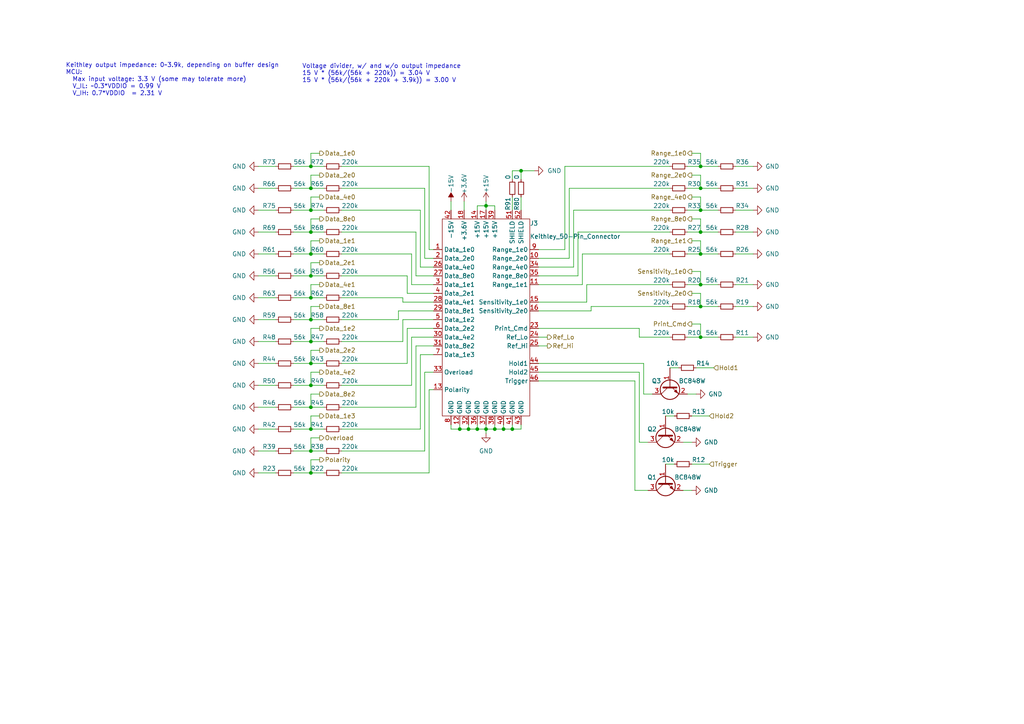
<source format=kicad_sch>
(kicad_sch (version 20211123) (generator eeschema)
  (paper "A4")
  (title_block (title "Kiethley 615 Interface Board") (date "2023-03-04") (rev "1.0") (company "Peter Farley") (comment 1 "Rev 1.0: Initial revision"))
  (lib_symbols
    (symbol "Device:R_Small" (pin_numbers hide) (pin_names (offset 0.254) hide)
      (property "Reference" "R" (at 0.762 0.508 0))
      (property "Value" "R_Small" (at 0.762 -1.016 0))
      (symbol "R_Small_0_1"
        (rectangle (start -0.762 1.778) (end 0.762 -1.778) (stroke (width 0.2032)))
      )
      (symbol "R_Small_1_1"
        (pin passive line (at 0 2.54 270) (length 0.762) (name "~") (number "1"))
        (pin passive line (at 0 -2.54 90) (length 0.762) (name "~") (number "2"))
      )
    )
    (symbol "Transistor_BJT:BC848W" (pin_names (offset 0) hide)
      (property "Reference" "Q" (at 5.08 1.905 0))
      (property "Value" "BC848W" (at 5.08 0 0))
      (symbol "BC848W_0_1"
        (polyline (pts (xy 0.635 0.635) (xy 2.54 2.54)))
        (polyline (pts (xy 0.635 -0.635) (xy 2.54 -2.54) (xy 2.54 -2.54)))
        (polyline (pts (xy 0.635 1.905) (xy 0.635 -1.905) (xy 0.635 -1.905)) (stroke (width 0.508)))
        (polyline (pts (xy 1.27 -1.778) (xy 1.778 -1.27) (xy 2.286 -2.286) (xy 1.27 -1.778) (xy 1.27 -1.778)) (fill (type outline)))
        (circle (center 1.27 0) (radius 2.8194) (stroke (width 0.254)))
      )
      (symbol "BC848W_1_1"
        (pin input line (at -5.08 0 0) (length 5.715) (name "B") (number "1"))
        (pin passive line (at 2.54 -5.08 90) (length 2.54) (name "E") (number "2"))
        (pin passive line (at 2.54 5.08 270) (length 2.54) (name "C") (number "3"))
      )
    )
    (symbol "lib_symbols:+3.6V" (power) (pin_names (offset 0))
      (property "Value" "+3.6V" (at 0 3.556 0))
      (symbol "+3.6V_0_1"
        (polyline (pts (xy -0.762 1.27) (xy 0 2.54)))
        (polyline (pts (xy 0 0) (xy 0 2.54)))
        (polyline (pts (xy 0 2.54) (xy 0.762 1.27)))
      )
      (symbol "+3.6V_1_1"
        (pin power_in line (at 0 0 90) (length 0) hide (name "+3.6V") (number "1"))
      )
    )
    (symbol "lib_symbols:Keithley_50-Pin_Connector"
      (property "Reference" "J" (at 13.97 -1.27 0))
      (property "Value" "Keithley_50-Pin_Connector" (at 26.67 -55.88 0))
      (symbol "Keithley_50-Pin_Connector_0_1"
        (rectangle (start -12.7 0) (end 12.7 -57.15))
      )
      (symbol "Keithley_50-Pin_Connector_1_1"
        (pin output line (at -15.24 -8.89 0) (length 2.54) (name "Data_1e0") (number "1"))
        (pin output line (at 15.24 -11.43 180) (length 2.54) (name "Range_2e0") (number "10"))
        (pin output line (at 15.24 -19.05 180) (length 2.54) (name "Range_1e1") (number "11"))
        (pin power_out line (at -7.62 -59.69 90) (length 2.54) (name "GND") (number "12"))
        (pin output line (at -15.24 -49.53 0) (length 2.54) (name "Polarity") (number "13"))
        (pin power_out line (at -2.54 2.54 270) (length 2.54) (name "+15V") (number "14"))
        (pin output line (at 15.24 -24.13 180) (length 2.54) (name "Sensitivity_1e0") (number "15"))
        (pin output line (at 15.24 -26.67 180) (length 2.54) (name "Sensitivity_2e0") (number "16"))
        (pin power_out line (at 0 2.54 270) (length 2.54) (name "+15V") (number "17"))
        (pin power_out line (at -6.35 2.54 270) (length 2.54) (name "+3.6V") (number "18"))
        (pin no_connect line (at 31.75 -7.62 180) (length 2.54) hide (name "NC") (number "19"))
        (pin output line (at -15.24 -11.43 0) (length 2.54) (name "Data_2e0") (number "2"))
        (pin no_connect line (at 31.75 -10.16 180) (length 2.54) hide (name "NC") (number "20"))
        (pin no_connect line (at 31.75 -12.7 180) (length 2.54) hide (name "NC") (number "21"))
        (pin no_connect line (at 31.75 -15.24 180) (length 2.54) hide (name "NC") (number "22"))
        (pin output line (at 15.24 -31.75 180) (length 2.54) (name "Print_Cmd") (number "23"))
        (pin output line (at 15.24 -34.29 180) (length 2.54) (name "Ref_Lo") (number "24"))
        (pin output line (at 15.24 -36.83 180) (length 2.54) (name "Ref_Hi") (number "25"))
        (pin output line (at -15.24 -13.97 0) (length 2.54) (name "Data_4e0") (number "26"))
        (pin output line (at -15.24 -16.51 0) (length 2.54) (name "Data_8e0") (number "27"))
        (pin output line (at -15.24 -24.13 0) (length 2.54) (name "Data_4e1") (number "28"))
        (pin output line (at -15.24 -26.67 0) (length 2.54) (name "Data_8e1") (number "29"))
        (pin output line (at -15.24 -19.05 0) (length 2.54) (name "Data_1e1") (number "3"))
        (pin output line (at -15.24 -34.29 0) (length 2.54) (name "Data_4e2") (number "30"))
        (pin output line (at -15.24 -36.83 0) (length 2.54) (name "Data_8e2") (number "31"))
        (pin power_out line (at -5.08 -59.69 90) (length 2.54) (name "GND") (number "32"))
        (pin output line (at -15.24 -44.45 0) (length 2.54) (name "Overload") (number "33"))
        (pin output line (at 15.24 -13.97 180) (length 2.54) (name "Range_4e0") (number "34"))
        (pin output line (at 15.24 -16.51 180) (length 2.54) (name "Range_8e0") (number "35"))
        (pin power_out line (at -2.54 -59.69 90) (length 2.54) (name "GND") (number "36"))
        (pin power_out line (at 0 -59.69 90) (length 2.54) (name "GND") (number "37"))
        (pin power_out line (at 2.54 -59.69 90) (length 2.54) (name "GND") (number "38"))
        (pin power_out line (at 2.54 2.54 270) (length 2.54) (name "+15V") (number "39"))
        (pin output line (at -15.24 -21.59 0) (length 2.54) (name "Data_2e1") (number "4"))
        (pin power_out line (at 5.08 -59.69 90) (length 2.54) (name "GND") (number "40"))
        (pin power_out line (at 7.62 -59.69 90) (length 2.54) (name "GND") (number "41"))
        (pin power_out line (at -10.16 2.54 270) (length 2.54) (name "-15V") (number "42"))
        (pin power_out line (at 10.16 -59.69 90) (length 2.54) (name "GND") (number "43"))
        (pin input line (at 15.24 -41.91 180) (length 2.54) (name "Hold1") (number "44"))
        (pin input line (at 15.24 -44.45 180) (length 2.54) (name "Hold2") (number "45"))
        (pin input line (at 15.24 -46.99 180) (length 2.54) (name "Trigger") (number "46"))
        (pin no_connect line (at 31.75 -17.78 180) (length 2.54) hide (name "NC") (number "47"))
        (pin no_connect line (at 31.75 -20.32 180) (length 2.54) hide (name "NC") (number "48"))
        (pin no_connect line (at 31.75 -22.86 180) (length 2.54) hide (name "NC") (number "49"))
        (pin output line (at -15.24 -29.21 0) (length 2.54) (name "Data_1e2") (number "5"))
        (pin no_connect line (at 31.75 -25.4 180) (length 2.54) hide (name "NC") (number "50"))
        (pin passive line (at 7.62 2.54 270) (length 2.54) (name "SHIELD") (number "51"))
        (pin passive line (at 10.16 2.54 270) (length 2.54) (name "SHIELD") (number "52"))
        (pin output line (at -15.24 -31.75 0) (length 2.54) (name "Data_2e2") (number "6"))
        (pin output line (at -15.24 -39.37 0) (length 2.54) (name "Data_1e3") (number "7"))
        (pin power_out line (at -10.16 -59.69 90) (length 2.54) (name "GND") (number "8"))
        (pin output line (at 15.24 -8.89 180) (length 2.54) (name "Range_1e0") (number "9"))
      )
    )
    (symbol "power:+15V" (power) (pin_names (offset 0))
      (property "Value" "+15V" (at 0 3.556 0))
      (symbol "+15V_0_1"
        (polyline (pts (xy -0.762 1.27) (xy 0 2.54)))
        (polyline (pts (xy 0 0) (xy 0 2.54)))
        (polyline (pts (xy 0 2.54) (xy 0.762 1.27)))
      )
      (symbol "+15V_1_1"
        (pin power_in line (at 0 0 90) (length 0) hide (name "+15V") (number "1"))
      )
    )
    (symbol "power:-15V" (power) (pin_names (offset 0))
      (property "Value" "-15V" (at 0 3.81 0))
      (symbol "-15V_0_0"
        (pin power_in line (at 0 0 90) (length 0) hide (name "-15V") (number "1"))
      )
      (symbol "-15V_0_1"
        (polyline (pts (xy 0 0) (xy 0 1.27) (xy 0.762 1.27) (xy 0 2.54) (xy -0.762 1.27) (xy 0 1.27)) (fill (type outline)))
      )
    )
    (symbol "power:GND" (power) (pin_names (offset 0))
      (property "Value" "GND" (at 0 -3.81 0))
      (symbol "GND_0_1"
        (polyline (pts (xy 0 0) (xy 0 -1.27) (xy 1.27 -1.27) (xy 0 -2.54) (xy -1.27 -1.27) (xy 0 -1.27)))
      )
      (symbol "GND_1_1"
        (pin power_in line (at 0 0 270) (length 0) hide (name "GND") (number "1"))
      )
    )
  )
  (junction (at 90.17 118.11))
  (junction (at 90.17 80.01))
  (junction (at 90.17 48.26))
  (junction (at 203.2 73.66))
  (junction (at 90.17 60.96))
  (junction (at 90.17 105.41))
  (junction (at 135.89 124.46))
  (junction (at 151.13 49.53))
  (junction (at 90.17 73.66))
  (junction (at 90.17 67.31))
  (junction (at 90.17 130.81))
  (junction (at 90.17 92.71))
  (junction (at 203.2 82.55))
  (junction (at 138.43 124.46))
  (junction (at 203.2 97.79))
  (junction (at 90.17 86.36))
  (junction (at 90.17 54.61))
  (junction (at 90.17 111.76))
  (junction (at 203.2 88.9))
  (junction (at 133.35 124.46))
  (junction (at 90.17 99.06))
  (junction (at 146.05 124.46))
  (junction (at 143.51 124.46))
  (junction (at 90.17 124.46))
  (junction (at 140.97 124.46))
  (junction (at 140.97 59.69))
  (junction (at 203.2 54.61))
  (junction (at 203.2 60.96))
  (junction (at 203.2 67.31))
  (junction (at 148.59 124.46))
  (junction (at 203.2 48.26))
  (junction (at 90.17 137.16))
  (wire (pts (xy 156.21 100.33) (xy 158.75 100.33)))
  (wire (pts (xy 194.31 88.9) (xy 171.45 88.9)))
  (wire (pts (xy 85.09 99.06) (xy 90.17 99.06)))
  (wire (pts (xy 85.09 67.31) (xy 90.17 67.31)))
  (wire (pts (xy 143.51 123.19) (xy 143.51 124.46)))
  (wire (pts (xy 218.44 97.79) (xy 213.36 97.79)))
  (wire (pts (xy 186.69 105.41) (xy 156.21 105.41)))
  (wire (pts (xy 194.31 54.61) (xy 165.1 54.61)))
  (wire (pts (xy 133.35 123.19) (xy 133.35 124.46)))
  (wire (pts (xy 119.38 111.76) (xy 119.38 97.79)))
  (wire (pts (xy 92.71 50.8) (xy 90.17 50.8)))
  (wire (pts (xy 203.2 78.74) (xy 203.2 82.55)))
  (wire (pts (xy 124.46 72.39) (xy 125.73 72.39)))
  (wire (pts (xy 85.09 130.81) (xy 90.17 130.81)))
  (wire (pts (xy 90.17 67.31) (xy 93.98 67.31)))
  (wire (pts (xy 99.06 54.61) (xy 123.19 54.61)))
  (wire (pts (xy 116.84 92.71) (xy 125.73 92.71)))
  (wire (pts (xy 119.38 97.79) (xy 125.73 97.79)))
  (wire (pts (xy 124.46 137.16) (xy 124.46 113.03)))
  (wire (pts (xy 218.44 73.66) (xy 213.36 73.66)))
  (wire (pts (xy 123.19 74.93) (xy 125.73 74.93)))
  (wire (pts (xy 193.04 120.65) (xy 195.58 120.65)))
  (wire (pts (xy 99.06 86.36) (xy 116.84 86.36)))
  (wire (pts (xy 148.59 124.46) (xy 151.13 124.46)))
  (wire (pts (xy 99.06 111.76) (xy 119.38 111.76)))
  (wire (pts (xy 203.2 97.79) (xy 199.39 97.79)))
  (wire (pts (xy 92.71 63.5) (xy 90.17 63.5)))
  (wire (pts (xy 99.06 124.46) (xy 121.92 124.46)))
  (wire (pts (xy 90.17 82.55) (xy 90.17 86.36)))
  (wire (pts (xy 200.66 69.85) (xy 203.2 69.85)))
  (wire (pts (xy 99.06 92.71) (xy 115.57 92.71)))
  (wire (pts (xy 140.97 124.46) (xy 143.51 124.46)))
  (wire (pts (xy 85.09 48.26) (xy 90.17 48.26)))
  (wire (pts (xy 171.45 88.9) (xy 171.45 90.17)))
  (wire (pts (xy 200.66 44.45) (xy 203.2 44.45)))
  (wire (pts (xy 203.2 44.45) (xy 203.2 48.26)))
  (wire (pts (xy 200.66 120.65) (xy 205.74 120.65)))
  (wire (pts (xy 148.59 49.53) (xy 151.13 49.53)))
  (wire (pts (xy 134.62 58.42) (xy 134.62 60.96)))
  (wire (pts (xy 208.28 48.26) (xy 203.2 48.26)))
  (wire (pts (xy 92.71 69.85) (xy 90.17 69.85)))
  (wire (pts (xy 143.51 124.46) (xy 146.05 124.46)))
  (wire (pts (xy 218.44 67.31) (xy 213.36 67.31)))
  (wire (pts (xy 92.71 133.35) (xy 90.17 133.35)))
  (wire (pts (xy 74.93 67.31) (xy 80.01 67.31)))
  (wire (pts (xy 135.89 123.19) (xy 135.89 124.46)))
  (wire (pts (xy 99.06 130.81) (xy 123.19 130.81)))
  (wire (pts (xy 90.17 44.45) (xy 90.17 48.26)))
  (wire (pts (xy 208.28 82.55) (xy 203.2 82.55)))
  (wire (pts (xy 194.31 82.55) (xy 170.18 82.55)))
  (wire (pts (xy 194.31 106.68) (xy 196.85 106.68)))
  (wire (pts (xy 203.2 85.09) (xy 203.2 88.9)))
  (wire (pts (xy 208.28 60.96) (xy 203.2 60.96)))
  (wire (pts (xy 74.93 60.96) (xy 80.01 60.96)))
  (wire (pts (xy 167.64 67.31) (xy 167.64 80.01)))
  (wire (pts (xy 85.09 92.71) (xy 90.17 92.71)))
  (wire (pts (xy 200.66 57.15) (xy 203.2 57.15)))
  (wire (pts (xy 90.17 63.5) (xy 90.17 67.31)))
  (wire (pts (xy 185.42 97.79) (xy 185.42 95.25)))
  (wire (pts (xy 121.92 124.46) (xy 121.92 102.87)))
  (wire (pts (xy 90.17 80.01) (xy 93.98 80.01)))
  (wire (pts (xy 74.93 105.41) (xy 80.01 105.41)))
  (wire (pts (xy 99.06 99.06) (xy 116.84 99.06)))
  (wire (pts (xy 118.11 105.41) (xy 118.11 95.25)))
  (wire (pts (xy 140.97 124.46) (xy 140.97 125.73)))
  (wire (pts (xy 167.64 80.01) (xy 156.21 80.01)))
  (wire (pts (xy 184.15 110.49) (xy 156.21 110.49)))
  (wire (pts (xy 85.09 124.46) (xy 90.17 124.46)))
  (wire (pts (xy 90.17 137.16) (xy 93.98 137.16)))
  (wire (pts (xy 116.84 87.63) (xy 125.73 87.63)))
  (wire (pts (xy 92.71 57.15) (xy 90.17 57.15)))
  (wire (pts (xy 99.06 67.31) (xy 120.65 67.31)))
  (wire (pts (xy 90.17 120.65) (xy 90.17 124.46)))
  (wire (pts (xy 166.37 77.47) (xy 156.21 77.47)))
  (wire (pts (xy 208.28 67.31) (xy 203.2 67.31)))
  (wire (pts (xy 90.17 127) (xy 90.17 130.81)))
  (wire (pts (xy 74.93 111.76) (xy 80.01 111.76)))
  (wire (pts (xy 208.28 54.61) (xy 203.2 54.61)))
  (wire (pts (xy 133.35 124.46) (xy 135.89 124.46)))
  (wire (pts (xy 171.45 90.17) (xy 156.21 90.17)))
  (wire (pts (xy 92.71 76.2) (xy 90.17 76.2)))
  (wire (pts (xy 99.06 105.41) (xy 118.11 105.41)))
  (wire (pts (xy 120.65 80.01) (xy 125.73 80.01)))
  (wire (pts (xy 148.59 57.15) (xy 148.59 60.96)))
  (wire (pts (xy 203.2 69.85) (xy 203.2 73.66)))
  (wire (pts (xy 120.65 118.11) (xy 120.65 100.33)))
  (wire (pts (xy 218.44 54.61) (xy 213.36 54.61)))
  (wire (pts (xy 203.2 57.15) (xy 203.2 60.96)))
  (wire (pts (xy 121.92 102.87) (xy 125.73 102.87)))
  (wire (pts (xy 118.11 80.01) (xy 118.11 85.09)))
  (wire (pts (xy 140.97 123.19) (xy 140.97 124.46)))
  (wire (pts (xy 120.65 67.31) (xy 120.65 80.01)))
  (wire (pts (xy 130.81 124.46) (xy 133.35 124.46)))
  (wire (pts (xy 203.2 50.8) (xy 203.2 54.61)))
  (wire (pts (xy 90.17 118.11) (xy 93.98 118.11)))
  (wire (pts (xy 90.17 60.96) (xy 93.98 60.96)))
  (wire (pts (xy 194.31 60.96) (xy 166.37 60.96)))
  (wire (pts (xy 90.17 95.25) (xy 90.17 99.06)))
  (wire (pts (xy 123.19 107.95) (xy 125.73 107.95)))
  (wire (pts (xy 189.23 114.3) (xy 186.69 114.3)))
  (wire (pts (xy 85.09 111.76) (xy 90.17 111.76)))
  (wire (pts (xy 115.57 90.17) (xy 125.73 90.17)))
  (wire (pts (xy 92.71 88.9) (xy 90.17 88.9)))
  (wire (pts (xy 146.05 123.19) (xy 146.05 124.46)))
  (wire (pts (xy 165.1 74.93) (xy 156.21 74.93)))
  (wire (pts (xy 90.17 88.9) (xy 90.17 92.71)))
  (wire (pts (xy 218.44 88.9) (xy 213.36 88.9)))
  (wire (pts (xy 208.28 88.9) (xy 203.2 88.9)))
  (wire (pts (xy 74.93 73.66) (xy 80.01 73.66)))
  (wire (pts (xy 118.11 85.09) (xy 125.73 85.09)))
  (wire (pts (xy 194.31 67.31) (xy 167.64 67.31)))
  (wire (pts (xy 194.31 97.79) (xy 185.42 97.79)))
  (wire (pts (xy 90.17 76.2) (xy 90.17 80.01)))
  (wire (pts (xy 90.17 86.36) (xy 93.98 86.36)))
  (wire (pts (xy 123.19 130.81) (xy 123.19 107.95)))
  (wire (pts (xy 148.59 52.07) (xy 148.59 49.53)))
  (wire (pts (xy 74.93 48.26) (xy 80.01 48.26)))
  (wire (pts (xy 92.71 82.55) (xy 90.17 82.55)))
  (wire (pts (xy 124.46 48.26) (xy 124.46 72.39)))
  (wire (pts (xy 138.43 124.46) (xy 140.97 124.46)))
  (wire (pts (xy 200.66 85.09) (xy 203.2 85.09)))
  (wire (pts (xy 74.93 80.01) (xy 80.01 80.01)))
  (wire (pts (xy 200.66 93.98) (xy 203.2 93.98)))
  (wire (pts (xy 74.93 137.16) (xy 80.01 137.16)))
  (wire (pts (xy 99.06 137.16) (xy 124.46 137.16)))
  (wire (pts (xy 99.06 73.66) (xy 119.38 73.66)))
  (wire (pts (xy 130.81 124.46) (xy 130.81 123.19)))
  (wire (pts (xy 115.57 92.71) (xy 115.57 90.17)))
  (wire (pts (xy 90.17 92.71) (xy 93.98 92.71)))
  (wire (pts (xy 90.17 99.06) (xy 93.98 99.06)))
  (wire (pts (xy 163.83 48.26) (xy 163.83 72.39)))
  (wire (pts (xy 200.66 78.74) (xy 203.2 78.74)))
  (wire (pts (xy 151.13 57.15) (xy 151.13 60.96)))
  (wire (pts (xy 92.71 120.65) (xy 90.17 120.65)))
  (wire (pts (xy 99.06 60.96) (xy 121.92 60.96)))
  (wire (pts (xy 90.17 124.46) (xy 93.98 124.46)))
  (wire (pts (xy 99.06 118.11) (xy 120.65 118.11)))
  (wire (pts (xy 90.17 50.8) (xy 90.17 54.61)))
  (wire (pts (xy 151.13 49.53) (xy 154.94 49.53)))
  (wire (pts (xy 194.31 48.26) (xy 163.83 48.26)))
  (wire (pts (xy 168.91 82.55) (xy 156.21 82.55)))
  (wire (pts (xy 90.17 111.76) (xy 93.98 111.76)))
  (wire (pts (xy 85.09 137.16) (xy 90.17 137.16)))
  (wire (pts (xy 140.97 59.69) (xy 143.51 59.69)))
  (wire (pts (xy 119.38 73.66) (xy 119.38 82.55)))
  (wire (pts (xy 170.18 82.55) (xy 170.18 87.63)))
  (wire (pts (xy 116.84 86.36) (xy 116.84 87.63)))
  (wire (pts (xy 185.42 95.25) (xy 156.21 95.25)))
  (wire (pts (xy 184.15 142.24) (xy 184.15 110.49)))
  (wire (pts (xy 218.44 48.26) (xy 213.36 48.26)))
  (wire (pts (xy 194.31 73.66) (xy 168.91 73.66)))
  (wire (pts (xy 90.17 54.61) (xy 93.98 54.61)))
  (wire (pts (xy 168.91 73.66) (xy 168.91 82.55)))
  (wire (pts (xy 138.43 60.96) (xy 138.43 59.69)))
  (wire (pts (xy 90.17 57.15) (xy 90.17 60.96)))
  (wire (pts (xy 151.13 52.07) (xy 151.13 49.53)))
  (wire (pts (xy 119.38 82.55) (xy 125.73 82.55)))
  (wire (pts (xy 203.2 54.61) (xy 199.39 54.61)))
  (wire (pts (xy 170.18 87.63) (xy 156.21 87.63)))
  (wire (pts (xy 218.44 82.55) (xy 213.36 82.55)))
  (wire (pts (xy 90.17 130.81) (xy 93.98 130.81)))
  (wire (pts (xy 85.09 73.66) (xy 90.17 73.66)))
  (wire (pts (xy 90.17 105.41) (xy 93.98 105.41)))
  (wire (pts (xy 92.71 44.45) (xy 90.17 44.45)))
  (wire (pts (xy 90.17 101.6) (xy 90.17 105.41)))
  (wire (pts (xy 135.89 124.46) (xy 138.43 124.46)))
  (wire (pts (xy 140.97 59.69) (xy 140.97 60.96)))
  (wire (pts (xy 201.93 106.68) (xy 207.01 106.68)))
  (wire (pts (xy 140.97 58.42) (xy 140.97 59.69)))
  (wire (pts (xy 90.17 114.3) (xy 90.17 118.11)))
  (wire (pts (xy 208.28 73.66) (xy 203.2 73.66)))
  (wire (pts (xy 85.09 105.41) (xy 90.17 105.41)))
  (wire (pts (xy 146.05 124.46) (xy 148.59 124.46)))
  (wire (pts (xy 187.96 128.27) (xy 185.42 128.27)))
  (wire (pts (xy 218.44 60.96) (xy 213.36 60.96)))
  (wire (pts (xy 123.19 54.61) (xy 123.19 74.93)))
  (wire (pts (xy 203.2 88.9) (xy 199.39 88.9)))
  (wire (pts (xy 198.12 128.27) (xy 200.66 128.27)))
  (wire (pts (xy 85.09 60.96) (xy 90.17 60.96)))
  (wire (pts (xy 200.66 134.62) (xy 205.74 134.62)))
  (wire (pts (xy 118.11 95.25) (xy 125.73 95.25)))
  (wire (pts (xy 92.71 95.25) (xy 90.17 95.25)))
  (wire (pts (xy 121.92 77.47) (xy 125.73 77.47)))
  (wire (pts (xy 186.69 114.3) (xy 186.69 105.41)))
  (wire (pts (xy 203.2 82.55) (xy 199.39 82.55)))
  (wire (pts (xy 74.93 54.61) (xy 80.01 54.61)))
  (wire (pts (xy 156.21 97.79) (xy 158.75 97.79)))
  (wire (pts (xy 85.09 54.61) (xy 90.17 54.61)))
  (wire (pts (xy 199.39 114.3) (xy 201.93 114.3)))
  (wire (pts (xy 90.17 73.66) (xy 93.98 73.66)))
  (wire (pts (xy 187.96 142.24) (xy 184.15 142.24)))
  (wire (pts (xy 74.93 124.46) (xy 80.01 124.46)))
  (wire (pts (xy 200.66 50.8) (xy 203.2 50.8)))
  (wire (pts (xy 99.06 80.01) (xy 118.11 80.01)))
  (wire (pts (xy 203.2 60.96) (xy 199.39 60.96)))
  (wire (pts (xy 138.43 59.69) (xy 140.97 59.69)))
  (wire (pts (xy 193.04 134.62) (xy 195.58 134.62)))
  (wire (pts (xy 203.2 48.26) (xy 199.39 48.26)))
  (wire (pts (xy 92.71 114.3) (xy 90.17 114.3)))
  (wire (pts (xy 120.65 100.33) (xy 125.73 100.33)))
  (wire (pts (xy 99.06 48.26) (xy 124.46 48.26)))
  (wire (pts (xy 74.93 86.36) (xy 80.01 86.36)))
  (wire (pts (xy 138.43 123.19) (xy 138.43 124.46)))
  (wire (pts (xy 124.46 113.03) (xy 125.73 113.03)))
  (wire (pts (xy 185.42 128.27) (xy 185.42 107.95)))
  (wire (pts (xy 92.71 127) (xy 90.17 127)))
  (wire (pts (xy 151.13 123.19) (xy 151.13 124.46)))
  (wire (pts (xy 203.2 67.31) (xy 199.39 67.31)))
  (wire (pts (xy 130.81 58.42) (xy 130.81 60.96)))
  (wire (pts (xy 165.1 54.61) (xy 165.1 74.93)))
  (wire (pts (xy 143.51 59.69) (xy 143.51 60.96)))
  (wire (pts (xy 74.93 118.11) (xy 80.01 118.11)))
  (wire (pts (xy 200.66 63.5) (xy 203.2 63.5)))
  (wire (pts (xy 166.37 60.96) (xy 166.37 77.47)))
  (wire (pts (xy 74.93 130.81) (xy 80.01 130.81)))
  (wire (pts (xy 203.2 73.66) (xy 199.39 73.66)))
  (wire (pts (xy 74.93 92.71) (xy 80.01 92.71)))
  (wire (pts (xy 203.2 63.5) (xy 203.2 67.31)))
  (wire (pts (xy 185.42 107.95) (xy 156.21 107.95)))
  (wire (pts (xy 148.59 123.19) (xy 148.59 124.46)))
  (wire (pts (xy 208.28 97.79) (xy 203.2 97.79)))
  (wire (pts (xy 203.2 93.98) (xy 203.2 97.79)))
  (wire (pts (xy 90.17 48.26) (xy 93.98 48.26)))
  (wire (pts (xy 85.09 118.11) (xy 90.17 118.11)))
  (wire (pts (xy 74.93 99.06) (xy 80.01 99.06)))
  (wire (pts (xy 92.71 107.95) (xy 90.17 107.95)))
  (wire (pts (xy 90.17 107.95) (xy 90.17 111.76)))
  (wire (pts (xy 92.71 101.6) (xy 90.17 101.6)))
  (wire (pts (xy 198.12 142.24) (xy 200.66 142.24)))
  (wire (pts (xy 85.09 86.36) (xy 90.17 86.36)))
  (wire (pts (xy 90.17 133.35) (xy 90.17 137.16)))
  (wire (pts (xy 163.83 72.39) (xy 156.21 72.39)))
  (wire (pts (xy 85.09 80.01) (xy 90.17 80.01)))
  (wire (pts (xy 116.84 99.06) (xy 116.84 92.71)))
  (wire (pts (xy 90.17 69.85) (xy 90.17 73.66)))
  (wire (pts (xy 121.92 60.96) (xy 121.92 77.47)))
  (text "Voltage divider, w/ and w/o output impedance\n15 V * (56k/(56k + 220k)) = 3.04 V\n15 V * (56k/(56k + 220k + 3.9k)) = 3.00 V" (at 87.63 24.13 0) (effects (font (size 1.27 1.27)) (justify left bottom)))
  (text "Keithley output impedance: 0~3.9k, depending on buffer design\nMCU:\n  Max input voltage: 3.3 V (some may tolerate more)\n  V_IL: ~0.3*VDDIO = 0.99 V\n  V_IH: 0.7*VDDIO  = 2.31 V\n" (at 19.05 27.94 0) (effects (font (size 1.27 1.27)) (justify left bottom)))
  (hierarchical_label "Ref_Hi" (shape output) (at 158.75 100.33 0))
  (hierarchical_label "Data_8e1" (shape output) (at 92.71 88.9 0))
  (hierarchical_label "Range_4e0" (shape output) (at 200.66 57.15 180))
  (hierarchical_label "Range_1e0" (shape output) (at 200.66 44.45 180))
  (hierarchical_label "Data_1e0" (shape output) (at 92.71 44.45 0))
  (hierarchical_label "Hold2" (shape input) (at 205.74 120.65 0))
  (hierarchical_label "Data_8e2" (shape output) (at 92.71 114.3 0))
  (hierarchical_label "Data_4e2" (shape output) (at 92.71 107.95 0))
  (hierarchical_label "Ref_Lo" (shape output) (at 158.75 97.79 0))
  (hierarchical_label "Range_1e1" (shape output) (at 200.66 69.85 180))
  (hierarchical_label "Data_1e3" (shape output) (at 92.71 120.65 0))
  (hierarchical_label "Print_Cmd" (shape output) (at 200.66 93.98 180))
  (hierarchical_label "Data_2e0" (shape output) (at 92.71 50.8 0))
  (hierarchical_label "Range_2e0" (shape output) (at 200.66 50.8 180))
  (hierarchical_label "Overload" (shape output) (at 92.71 127 0))
  (hierarchical_label "Sensitivity_2e0" (shape output) (at 200.66 85.09 180))
  (hierarchical_label "Data_2e2" (shape output) (at 92.71 101.6 0))
  (hierarchical_label "Data_2e1" (shape output) (at 92.71 76.2 0))
  (hierarchical_label "Data_1e2" (shape output) (at 92.71 95.25 0))
  (hierarchical_label "Data_4e1" (shape output) (at 92.71 82.55 0))
  (hierarchical_label "Hold1" (shape input) (at 207.01 106.68 0))
  (hierarchical_label "Sensitivity_1e0" (shape output) (at 200.66 78.74 180))
  (hierarchical_label "Data_8e0" (shape output) (at 92.71 63.5 0))
  (hierarchical_label "Range_8e0" (shape output) (at 200.66 63.5 180))
  (hierarchical_label "Trigger" (shape input) (at 205.74 134.62 0))
  (hierarchical_label "Data_4e0" (shape output) (at 92.71 57.15 0))
  (hierarchical_label "Data_1e1" (shape output) (at 92.71 69.85 0))
  (hierarchical_label "Polarity" (shape output) (at 92.71 133.35 0))
  (symbol (lib_id "lib_symbols:Keithley_50-Pin_Connector") (at 140.97 63.5 0) (unit 1)
    (property "Reference" "J3" (at 153.67 64.77 0) (effects (justify left)))
    (property "Value" "Keithley_50-Pin_Connector" (at 153.67 68.58 0) (effects (justify left)))
    (property "Footprint" "lib:NorComp_112-050-213R001" (effects hide))
    (property "DigiKey" "https://www.digikey.com/en/products/detail/norcomp-inc/112-050-213R001/955161" (effects hide))
  )
  (symbol (lib_id "Device:R_Small") (at 151.13 54.61 180) (unit 1)
    (property "Reference" "R80" (at 149.86 57.15 90) (effects (justify left)))
    (property "Value" "0" (at 149.86 52.07 90) (effects (justify right)))
    (property "Footprint" "Resistor_SMD:R_0603_1608Metric" (effects hide))
    (property "DigiKey" "https://www.digikey.com/en/products/detail/walsin-technology-corporation/WR06X000-PTL/5978108" (effects hide))
  )
  (symbol (lib_id "Device:R_Small") (at 82.55 86.36 90) (unit 1)
    (property "Reference" "R63" (at 80.01 85.09 90) (effects (justify left)))
    (property "Value" "56k" (at 85.09 85.09 90) (effects (justify right)))
    (property "Footprint" "Resistor_SMD:R_0603_1608Metric" (effects hide))
    (property "DigiKey" "https://www.digikey.com/en/products/detail/stackpole-electronics-inc/RMCF0603JT56K0/1757988" (effects hide))
  )
  (symbol (lib_id "Device:R_Small") (at 196.85 60.96 270) (mirror x) (unit 1)
    (property "Reference" "R33" (at 199.39 59.69 90) (effects (justify left)))
    (property "Value" "220k" (at 194.31 59.69 90) (effects (justify right)))
    (property "Footprint" "Resistor_SMD:R_0603_1608Metric" (effects hide))
    (property "DigiKey" "https://www.digikey.com/en/products/detail/walsin-technology-corporation/WR06X224-JTL/13238727" (effects hide))
  )
  (symbol (lib_id "Device:R_Small") (at 96.52 92.71 90) (unit 1)
    (property "Reference" "R58" (at 93.98 91.44 90) (effects (justify left)))
    (property "Value" "220k" (at 99.06 91.44 90) (effects (justify right)))
    (property "Footprint" "Resistor_SMD:R_0603_1608Metric" (effects hide))
    (property "DigiKey" "https://www.digikey.com/en/products/detail/walsin-technology-corporation/WR06X224-JTL/13238727" (effects hide))
  )
  (symbol (lib_id "Device:R_Small") (at 96.52 73.66 90) (unit 1)
    (property "Reference" "R60" (at 93.98 72.39 90) (effects (justify left)))
    (property "Value" "220k" (at 99.06 72.39 90) (effects (justify right)))
    (property "Footprint" "Resistor_SMD:R_0603_1608Metric" (effects hide))
    (property "DigiKey" "https://www.digikey.com/en/products/detail/walsin-technology-corporation/WR06X224-JTL/13238727" (effects hide))
  )
  (symbol (lib_id "Device:R_Small") (at 82.55 137.16 90) (unit 1)
    (property "Reference" "R23" (at 80.01 135.89 90) (effects (justify left)))
    (property "Value" "56k" (at 85.09 135.89 90) (effects (justify right)))
    (property "Footprint" "Resistor_SMD:R_0603_1608Metric" (effects hide))
    (property "DigiKey" "https://www.digikey.com/en/products/detail/stackpole-electronics-inc/RMCF0603JT56K0/1757988" (effects hide))
  )
  (symbol (lib_id "Device:R_Small") (at 82.55 105.41 90) (unit 1)
    (property "Reference" "R44" (at 80.01 104.14 90) (effects (justify left)))
    (property "Value" "56k" (at 85.09 104.14 90) (effects (justify right)))
    (property "Footprint" "Resistor_SMD:R_0603_1608Metric" (effects hide))
    (property "DigiKey" "https://www.digikey.com/en/products/detail/stackpole-electronics-inc/RMCF0603JT56K0/1757988" (effects hide))
  )
  (symbol (lib_id "Device:R_Small") (at 196.85 48.26 270) (mirror x) (unit 1)
    (property "Reference" "R35" (at 199.39 46.99 90) (effects (justify left)))
    (property "Value" "220k" (at 194.31 46.99 90) (effects (justify right)))
    (property "Footprint" "Resistor_SMD:R_0603_1608Metric" (effects hide))
    (property "DigiKey" "https://www.digikey.com/en/products/detail/walsin-technology-corporation/WR06X224-JTL/13238727" (effects hide))
  )
  (symbol (lib_id "Device:R_Small") (at 210.82 88.9 270) (mirror x) (unit 1)
    (property "Reference" "R19" (at 213.36 87.63 90) (effects (justify left)))
    (property "Value" "56k" (at 208.28 87.63 90) (effects (justify right)))
    (property "Footprint" "Resistor_SMD:R_0603_1608Metric" (effects hide))
    (property "DigiKey" "https://www.digikey.com/en/products/detail/stackpole-electronics-inc/RMCF0603JT56K0/1757988" (effects hide))
  )
  (symbol (lib_id "Device:R_Small") (at 96.52 118.11 90) (unit 1)
    (property "Reference" "R45" (at 93.98 116.84 90) (effects (justify left)))
    (property "Value" "220k" (at 99.06 116.84 90) (effects (justify right)))
    (property "Footprint" "Resistor_SMD:R_0603_1608Metric" (effects hide))
    (property "DigiKey" "https://www.digikey.com/en/products/detail/walsin-technology-corporation/WR06X224-JTL/13238727" (effects hide))
  )
  (symbol (lib_id "power:GND") (at 201.93 114.3 90) (mirror x) (unit 1)
    (property "Reference" "#PWR0149" (effects hide))
    (property "Value" "GND" (at 209.55 114.3 90) (effects (justify left)))
  )
  (symbol (lib_id "Device:R_Small") (at 82.55 60.96 90) (unit 1)
    (property "Reference" "R75" (at 80.01 59.69 90) (effects (justify left)))
    (property "Value" "56k" (at 85.09 59.69 90) (effects (justify right)))
    (property "Footprint" "Resistor_SMD:R_0603_1608Metric" (effects hide))
    (property "DigiKey" "https://www.digikey.com/en/products/detail/stackpole-electronics-inc/RMCF0603JT56K0/1757988" (effects hide))
  )
  (symbol (lib_id "Device:R_Small") (at 82.55 124.46 90) (unit 1)
    (property "Reference" "R42" (at 80.01 123.19 90) (effects (justify left)))
    (property "Value" "56k" (at 85.09 123.19 90) (effects (justify right)))
    (property "Footprint" "Resistor_SMD:R_0603_1608Metric" (effects hide))
    (property "DigiKey" "https://www.digikey.com/en/products/detail/stackpole-electronics-inc/RMCF0603JT56K0/1757988" (effects hide))
  )
  (symbol (lib_id "power:GND") (at 74.93 92.71 270) (unit 1)
    (property "Reference" "#PWR0129" (effects hide))
    (property "Value" "GND" (at 67.31 92.71 90) (effects (justify left)))
  )
  (symbol (lib_id "power:GND") (at 74.93 54.61 270) (unit 1)
    (property "Reference" "#PWR0123" (effects hide))
    (property "Value" "GND" (at 67.31 54.61 90) (effects (justify left)))
  )
  (symbol (lib_id "Device:R_Small") (at 82.55 73.66 90) (unit 1)
    (property "Reference" "R61" (at 80.01 72.39 90) (effects (justify left)))
    (property "Value" "56k" (at 85.09 72.39 90) (effects (justify right)))
    (property "Footprint" "Resistor_SMD:R_0603_1608Metric" (effects hide))
    (property "DigiKey" "https://www.digikey.com/en/products/detail/stackpole-electronics-inc/RMCF0603JT56K0/1757988" (effects hide))
  )
  (symbol (lib_id "Device:R_Small") (at 82.55 118.11 90) (unit 1)
    (property "Reference" "R46" (at 80.01 116.84 90) (effects (justify left)))
    (property "Value" "56k" (at 85.09 116.84 90) (effects (justify right)))
    (property "Footprint" "Resistor_SMD:R_0603_1608Metric" (effects hide))
    (property "DigiKey" "https://www.digikey.com/en/products/detail/stackpole-electronics-inc/RMCF0603JT56K0/1757988" (effects hide))
  )
  (symbol (lib_id "Transistor_BJT:BC848W") (at 194.31 111.76 90) (mirror x) (unit 1)
    (property "Reference" "Q3" (at 191.77 110.49 90) (effects (justify left)))
    (property "Value" "BC848W" (at 196.85 110.49 90) (effects (justify right)))
    (property "Footprint" "Package_TO_SOT_SMD:SOT-323_SC-70" (effects hide))
    (property "Datasheet" "http://www.infineon.com/dgdl/Infineon-BC847SERIES_BC848SERIES_BC849SERIES_BC850SERIES-DS-v01_01-en.pdf?fileId=db3a304314dca389011541d4630a1657" (effects hide))
  )
  (symbol (lib_id "Device:R_Small") (at 96.52 48.26 90) (unit 1)
    (property "Reference" "R72" (at 93.98 46.99 90) (effects (justify left)))
    (property "Value" "220k" (at 99.06 46.99 90) (effects (justify right)))
    (property "Footprint" "Resistor_SMD:R_0603_1608Metric" (effects hide))
    (property "DigiKey" "https://www.digikey.com/en/products/detail/walsin-technology-corporation/WR06X224-JTL/13238727" (effects hide))
  )
  (symbol (lib_id "Device:R_Small") (at 196.85 54.61 270) (mirror x) (unit 1)
    (property "Reference" "R30" (at 199.39 53.34 90) (effects (justify left)))
    (property "Value" "220k" (at 194.31 53.34 90) (effects (justify right)))
    (property "Footprint" "Resistor_SMD:R_0603_1608Metric" (effects hide))
    (property "DigiKey" "https://www.digikey.com/en/products/detail/walsin-technology-corporation/WR06X224-JTL/13238727" (effects hide))
  )
  (symbol (lib_id "Device:R_Small") (at 96.52 54.61 90) (unit 1)
    (property "Reference" "R65" (at 93.98 53.34 90) (effects (justify left)))
    (property "Value" "220k" (at 99.06 53.34 90) (effects (justify right)))
    (property "Footprint" "Resistor_SMD:R_0603_1608Metric" (effects hide))
    (property "DigiKey" "https://www.digikey.com/en/products/detail/walsin-technology-corporation/WR06X224-JTL/13238727" (effects hide))
  )
  (symbol (lib_id "Transistor_BJT:BC848W") (at 193.04 139.7 90) (mirror x) (unit 1)
    (property "Reference" "Q1" (at 190.5 138.43 90) (effects (justify left)))
    (property "Value" "BC848W" (at 195.58 138.43 90) (effects (justify right)))
    (property "Footprint" "Package_TO_SOT_SMD:SOT-323_SC-70" (effects hide))
    (property "Datasheet" "http://www.infineon.com/dgdl/Infineon-BC847SERIES_BC848SERIES_BC849SERIES_BC850SERIES-DS-v01_01-en.pdf?fileId=db3a304314dca389011541d4630a1657" (effects hide))
  )
  (symbol (lib_id "Device:R_Small") (at 199.39 106.68 270) (mirror x) (unit 1)
    (property "Reference" "R14" (at 201.93 105.41 90) (effects (justify left)))
    (property "Value" "10k" (at 196.85 105.41 90) (effects (justify right)))
    (property "Footprint" "Resistor_SMD:R_0603_1608Metric" (effects hide))
    (property "DigiKey" "https://www.digikey.com/en/products/detail/yageo/RC0603FR-1010KL/12756395" (effects hide))
  )
  (symbol (lib_id "Device:R_Small") (at 210.82 67.31 270) (mirror x) (unit 1)
    (property "Reference" "R28" (at 213.36 66.04 90) (effects (justify left)))
    (property "Value" "56k" (at 208.28 66.04 90) (effects (justify right)))
    (property "Footprint" "Resistor_SMD:R_0603_1608Metric" (effects hide))
    (property "DigiKey" "https://www.digikey.com/en/products/detail/stackpole-electronics-inc/RMCF0603JT56K0/1757988" (effects hide))
  )
  (symbol (lib_id "power:GND") (at 74.93 67.31 270) (unit 1)
    (property "Reference" "#PWR0122" (effects hide))
    (property "Value" "GND" (at 67.31 67.31 90) (effects (justify left)))
  )
  (symbol (lib_id "Device:R_Small") (at 96.52 67.31 90) (unit 1)
    (property "Reference" "R68" (at 93.98 66.04 90) (effects (justify left)))
    (property "Value" "220k" (at 99.06 66.04 90) (effects (justify right)))
    (property "Footprint" "Resistor_SMD:R_0603_1608Metric" (effects hide))
    (property "DigiKey" "https://www.digikey.com/en/products/detail/walsin-technology-corporation/WR06X224-JTL/13238727" (effects hide))
  )
  (symbol (lib_id "Device:R_Small") (at 82.55 67.31 90) (unit 1)
    (property "Reference" "R69" (at 80.01 66.04 90) (effects (justify left)))
    (property "Value" "56k" (at 85.09 66.04 90) (effects (justify right)))
    (property "Footprint" "Resistor_SMD:R_0603_1608Metric" (effects hide))
    (property "DigiKey" "https://www.digikey.com/en/products/detail/stackpole-electronics-inc/RMCF0603JT56K0/1757988" (effects hide))
  )
  (symbol (lib_id "Device:R_Small") (at 96.52 124.46 90) (unit 1)
    (property "Reference" "R41" (at 93.98 123.19 90) (effects (justify left)))
    (property "Value" "220k" (at 99.06 123.19 90) (effects (justify right)))
    (property "Footprint" "Resistor_SMD:R_0603_1608Metric" (effects hide))
    (property "DigiKey" "https://www.digikey.com/en/products/detail/walsin-technology-corporation/WR06X224-JTL/13238727" (effects hide))
  )
  (symbol (lib_id "power:GND") (at 218.44 60.96 90) (mirror x) (unit 1)
    (property "Reference" "#PWR0147" (effects hide))
    (property "Value" "GND" (at 226.06 60.96 90) (effects (justify left)))
  )
  (symbol (lib_id "Device:R_Small") (at 148.59 54.61 180) (unit 1)
    (property "Reference" "R91" (at 147.32 57.15 90) (effects (justify left)))
    (property "Value" "0" (at 147.32 52.07 90) (effects (justify right)))
    (property "Footprint" "Resistor_SMD:R_0603_1608Metric" (effects hide))
    (property "DigiKey" "https://www.digikey.com/en/products/detail/walsin-technology-corporation/WR06X000-PTL/5978108" (effects hide))
  )
  (symbol (lib_id "Device:R_Small") (at 96.52 130.81 90) (unit 1)
    (property "Reference" "R38" (at 93.98 129.54 90) (effects (justify left)))
    (property "Value" "220k" (at 99.06 129.54 90) (effects (justify right)))
    (property "Footprint" "Resistor_SMD:R_0603_1608Metric" (effects hide))
    (property "DigiKey" "https://www.digikey.com/en/products/detail/walsin-technology-corporation/WR06X224-JTL/13238727" (effects hide))
  )
  (symbol (lib_id "power:GND") (at 154.94 49.53 90) (unit 1)
    (property "Reference" "#PWR0139" (effects hide))
    (property "Value" "GND" (at 158.75 49.5299 90) (effects (justify right)))
  )
  (symbol (lib_id "Device:R_Small") (at 82.55 92.71 90) (unit 1)
    (property "Reference" "R59" (at 80.01 91.44 90) (effects (justify left)))
    (property "Value" "56k" (at 85.09 91.44 90) (effects (justify right)))
    (property "Footprint" "Resistor_SMD:R_0603_1608Metric" (effects hide))
    (property "DigiKey" "https://www.digikey.com/en/products/detail/stackpole-electronics-inc/RMCF0603JT56K0/1757988" (effects hide))
  )
  (symbol (lib_id "power:GND") (at 74.93 137.16 270) (unit 1)
    (property "Reference" "#PWR0137" (effects hide))
    (property "Value" "GND" (at 67.31 137.16 90) (effects (justify left)))
  )
  (symbol (lib_id "power:GND") (at 218.44 73.66 90) (mirror x) (unit 1)
    (property "Reference" "#PWR0144" (effects hide))
    (property "Value" "GND" (at 226.06 73.66 90) (effects (justify left)))
  )
  (symbol (lib_id "power:GND") (at 74.93 124.46 270) (unit 1)
    (property "Reference" "#PWR0134" (effects hide))
    (property "Value" "GND" (at 67.31 124.46 90) (effects (justify left)))
  )
  (symbol (lib_id "Device:R_Small") (at 196.85 88.9 270) (mirror x) (unit 1)
    (property "Reference" "R18" (at 199.39 87.63 90) (effects (justify left)))
    (property "Value" "220k" (at 194.31 87.63 90) (effects (justify right)))
    (property "Footprint" "Resistor_SMD:R_0603_1608Metric" (effects hide))
    (property "DigiKey" "https://www.digikey.com/en/products/detail/walsin-technology-corporation/WR06X224-JTL/13238727" (effects hide))
  )
  (symbol (lib_id "power:GND") (at 74.93 118.11 270) (unit 1)
    (property "Reference" "#PWR0135" (effects hide))
    (property "Value" "GND" (at 67.31 118.11 90) (effects (justify left)))
  )
  (symbol (lib_id "power:GND") (at 74.93 130.81 270) (unit 1)
    (property "Reference" "#PWR0136" (effects hide))
    (property "Value" "GND" (at 67.31 130.81 90) (effects (justify left)))
  )
  (symbol (lib_id "power:GND") (at 218.44 97.79 90) (mirror x) (unit 1)
    (property "Reference" "#PWR0142" (effects hide))
    (property "Value" "GND" (at 226.06 97.79 90) (effects (justify left)))
  )
  (symbol (lib_id "Device:R_Small") (at 196.85 82.55 270) (mirror x) (unit 1)
    (property "Reference" "R20" (at 199.39 81.28 90) (effects (justify left)))
    (property "Value" "220k" (at 194.31 81.28 90) (effects (justify right)))
    (property "Footprint" "Resistor_SMD:R_0603_1608Metric" (effects hide))
    (property "DigiKey" "https://www.digikey.com/en/products/detail/walsin-technology-corporation/WR06X224-JTL/13238727" (effects hide))
  )
  (symbol (lib_id "Device:R_Small") (at 196.85 73.66 270) (mirror x) (unit 1)
    (property "Reference" "R25" (at 199.39 72.39 90) (effects (justify left)))
    (property "Value" "220k" (at 194.31 72.39 90) (effects (justify right)))
    (property "Footprint" "Resistor_SMD:R_0603_1608Metric" (effects hide))
    (property "DigiKey" "https://www.digikey.com/en/products/detail/walsin-technology-corporation/WR06X224-JTL/13238727" (effects hide))
  )
  (symbol (lib_id "Device:R_Small") (at 82.55 99.06 90) (unit 1)
    (property "Reference" "R48" (at 80.01 97.79 90) (effects (justify left)))
    (property "Value" "56k" (at 85.09 97.79 90) (effects (justify right)))
    (property "Footprint" "Resistor_SMD:R_0603_1608Metric" (effects hide))
    (property "DigiKey" "https://www.digikey.com/en/products/detail/stackpole-electronics-inc/RMCF0603JT56K0/1757988" (effects hide))
  )
  (symbol (lib_id "power:GND") (at 74.93 111.76 270) (unit 1)
    (property "Reference" "#PWR0133" (effects hide))
    (property "Value" "GND" (at 67.31 111.76 90) (effects (justify left)))
  )
  (symbol (lib_id "power:GND") (at 200.66 142.24 90) (mirror x) (unit 1)
    (property "Reference" "#PWR0151" (effects hide))
    (property "Value" "GND" (at 208.28 142.24 90) (effects (justify left)))
  )
  (symbol (lib_id "Device:R_Small") (at 210.82 82.55 270) (mirror x) (unit 1)
    (property "Reference" "R21" (at 213.36 81.28 90) (effects (justify left)))
    (property "Value" "56k" (at 208.28 81.28 90) (effects (justify right)))
    (property "Footprint" "Resistor_SMD:R_0603_1608Metric" (effects hide))
    (property "DigiKey" "https://www.digikey.com/en/products/detail/stackpole-electronics-inc/RMCF0603JT56K0/1757988" (effects hide))
  )
  (symbol (lib_id "power:GND") (at 200.66 128.27 90) (mirror x) (unit 1)
    (property "Reference" "#PWR0150" (effects hide))
    (property "Value" "GND" (at 208.28 128.27 90) (effects (justify left)))
  )
  (symbol (lib_id "Device:R_Small") (at 96.52 86.36 90) (unit 1)
    (property "Reference" "R62" (at 93.98 85.09 90) (effects (justify left)))
    (property "Value" "220k" (at 99.06 85.09 90) (effects (justify right)))
    (property "Footprint" "Resistor_SMD:R_0603_1608Metric" (effects hide))
    (property "DigiKey" "https://www.digikey.com/en/products/detail/walsin-technology-corporation/WR06X224-JTL/13238727" (effects hide))
  )
  (symbol (lib_id "power:+15V") (at 140.97 58.42 0) (unit 1)
    (property "Reference" "#PWR0140" (effects hide))
    (property "Value" "+15V" (at 140.97 53.34 90))
  )
  (symbol (lib_id "Device:R_Small") (at 210.82 73.66 270) (mirror x) (unit 1)
    (property "Reference" "R26" (at 213.36 72.39 90) (effects (justify left)))
    (property "Value" "56k" (at 208.28 72.39 90) (effects (justify right)))
    (property "Footprint" "Resistor_SMD:R_0603_1608Metric" (effects hide))
    (property "DigiKey" "https://www.digikey.com/en/products/detail/stackpole-electronics-inc/RMCF0603JT56K0/1757988" (effects hide))
  )
  (symbol (lib_id "Device:R_Small") (at 198.12 120.65 270) (mirror x) (unit 1)
    (property "Reference" "R13" (at 200.66 119.38 90) (effects (justify left)))
    (property "Value" "10k" (at 195.58 119.38 90) (effects (justify right)))
    (property "Footprint" "Resistor_SMD:R_0603_1608Metric" (effects hide))
    (property "DigiKey" "https://www.digikey.com/en/products/detail/yageo/RC0603FR-1010KL/12756395" (effects hide))
  )
  (symbol (lib_id "Device:R_Small") (at 96.52 105.41 90) (unit 1)
    (property "Reference" "R43" (at 93.98 104.14 90) (effects (justify left)))
    (property "Value" "220k" (at 99.06 104.14 90) (effects (justify right)))
    (property "Footprint" "Resistor_SMD:R_0603_1608Metric" (effects hide))
    (property "DigiKey" "https://www.digikey.com/en/products/detail/walsin-technology-corporation/WR06X224-JTL/13238727" (effects hide))
  )
  (symbol (lib_id "power:GND") (at 218.44 88.9 90) (mirror x) (unit 1)
    (property "Reference" "#PWR0143" (effects hide))
    (property "Value" "GND" (at 226.06 88.9 90) (effects (justify left)))
  )
  (symbol (lib_id "Device:R_Small") (at 210.82 60.96 270) (mirror x) (unit 1)
    (property "Reference" "R34" (at 213.36 59.69 90) (effects (justify left)))
    (property "Value" "56k" (at 208.28 59.69 90) (effects (justify right)))
    (property "Footprint" "Resistor_SMD:R_0603_1608Metric" (effects hide))
    (property "DigiKey" "https://www.digikey.com/en/products/detail/stackpole-electronics-inc/RMCF0603JT56K0/1757988" (effects hide))
  )
  (symbol (lib_id "power:GND") (at 218.44 54.61 90) (mirror x) (unit 1)
    (property "Reference" "#PWR0146" (effects hide))
    (property "Value" "GND" (at 226.06 54.61 90) (effects (justify left)))
  )
  (symbol (lib_id "lib_symbols:+3.6V") (at 134.62 58.42 0) (unit 1)
    (property "Reference" "#PWR0126" (effects hide))
    (property "Value" "+3.6V" (at 134.62 53.34 90))
  )
  (symbol (lib_id "Device:R_Small") (at 82.55 54.61 90) (unit 1)
    (property "Reference" "R66" (at 80.01 53.34 90) (effects (justify left)))
    (property "Value" "56k" (at 85.09 53.34 90) (effects (justify right)))
    (property "Footprint" "Resistor_SMD:R_0603_1608Metric" (effects hide))
    (property "DigiKey" "https://www.digikey.com/en/products/detail/stackpole-electronics-inc/RMCF0603JT56K0/1757988" (effects hide))
  )
  (symbol (lib_id "Transistor_BJT:BC848W") (at 193.04 125.73 90) (mirror x) (unit 1)
    (property "Reference" "Q2" (at 190.5 124.46 90) (effects (justify left)))
    (property "Value" "BC848W" (at 195.58 124.46 90) (effects (justify right)))
    (property "Footprint" "Package_TO_SOT_SMD:SOT-323_SC-70" (effects hide))
    (property "Datasheet" "http://www.infineon.com/dgdl/Infineon-BC847SERIES_BC848SERIES_BC849SERIES_BC850SERIES-DS-v01_01-en.pdf?fileId=db3a304314dca389011541d4630a1657" (effects hide))
  )
  (symbol (lib_id "Device:R_Small") (at 96.52 60.96 90) (unit 1)
    (property "Reference" "R74" (at 93.98 59.69 90) (effects (justify left)))
    (property "Value" "220k" (at 99.06 59.69 90) (effects (justify right)))
    (property "Footprint" "Resistor_SMD:R_0603_1608Metric" (effects hide))
    (property "DigiKey" "https://www.digikey.com/en/products/detail/walsin-technology-corporation/WR06X224-JTL/13238727" (effects hide))
  )
  (symbol (lib_id "Device:R_Small") (at 96.52 80.01 90) (unit 1)
    (property "Reference" "R55" (at 93.98 78.74 90) (effects (justify left)))
    (property "Value" "220k" (at 99.06 78.74 90) (effects (justify right)))
    (property "Footprint" "Resistor_SMD:R_0603_1608Metric" (effects hide))
    (property "DigiKey" "https://www.digikey.com/en/products/detail/walsin-technology-corporation/WR06X224-JTL/13238727" (effects hide))
  )
  (symbol (lib_id "Device:R_Small") (at 96.52 99.06 90) (unit 1)
    (property "Reference" "R47" (at 93.98 97.79 90) (effects (justify left)))
    (property "Value" "220k" (at 99.06 97.79 90) (effects (justify right)))
    (property "Footprint" "Resistor_SMD:R_0603_1608Metric" (effects hide))
    (property "DigiKey" "https://www.digikey.com/en/products/detail/walsin-technology-corporation/WR06X224-JTL/13238727" (effects hide))
  )
  (symbol (lib_id "Device:R_Small") (at 210.82 97.79 270) (mirror x) (unit 1)
    (property "Reference" "R11" (at 213.36 96.52 90) (effects (justify left)))
    (property "Value" "56k" (at 208.28 96.52 90) (effects (justify right)))
    (property "Footprint" "Resistor_SMD:R_0603_1608Metric" (effects hide))
    (property "DigiKey" "https://www.digikey.com/en/products/detail/stackpole-electronics-inc/RMCF0603JT56K0/1757988" (effects hide))
  )
  (symbol (lib_id "Device:R_Small") (at 96.52 111.76 90) (unit 1)
    (property "Reference" "R49" (at 93.98 110.49 90) (effects (justify left)))
    (property "Value" "220k" (at 99.06 110.49 90) (effects (justify right)))
    (property "Footprint" "Resistor_SMD:R_0603_1608Metric" (effects hide))
    (property "DigiKey" "https://www.digikey.com/en/products/detail/walsin-technology-corporation/WR06X224-JTL/13238727" (effects hide))
  )
  (symbol (lib_id "Device:R_Small") (at 196.85 97.79 270) (mirror x) (unit 1)
    (property "Reference" "R10" (at 199.39 96.52 90) (effects (justify left)))
    (property "Value" "220k" (at 194.31 96.52 90) (effects (justify right)))
    (property "Footprint" "Resistor_SMD:R_0603_1608Metric" (effects hide))
    (property "DigiKey" "https://www.digikey.com/en/products/detail/walsin-technology-corporation/WR06X224-JTL/13238727" (effects hide))
  )
  (symbol (lib_id "Device:R_Small") (at 96.52 137.16 90) (unit 1)
    (property "Reference" "R22" (at 93.98 135.89 90) (effects (justify left)))
    (property "Value" "220k" (at 99.06 135.89 90) (effects (justify right)))
    (property "Footprint" "Resistor_SMD:R_0603_1608Metric" (effects hide))
    (property "DigiKey" "https://www.digikey.com/en/products/detail/walsin-technology-corporation/WR06X224-JTL/13238727" (effects hide))
  )
  (symbol (lib_id "Device:R_Small") (at 210.82 48.26 270) (mirror x) (unit 1)
    (property "Reference" "R36" (at 213.36 46.99 90) (effects (justify left)))
    (property "Value" "56k" (at 208.28 46.99 90) (effects (justify right)))
    (property "Footprint" "Resistor_SMD:R_0603_1608Metric" (effects hide))
    (property "DigiKey" "https://www.digikey.com/en/products/detail/stackpole-electronics-inc/RMCF0603JT56K0/1757988" (effects hide))
  )
  (symbol (lib_id "power:GND") (at 74.93 86.36 270) (unit 1)
    (property "Reference" "#PWR0132" (effects hide))
    (property "Value" "GND" (at 67.31 86.36 90) (effects (justify left)))
  )
  (symbol (lib_id "Device:R_Small") (at 82.55 111.76 90) (unit 1)
    (property "Reference" "R50" (at 80.01 110.49 90) (effects (justify left)))
    (property "Value" "56k" (at 85.09 110.49 90) (effects (justify right)))
    (property "Footprint" "Resistor_SMD:R_0603_1608Metric" (effects hide))
    (property "DigiKey" "https://www.digikey.com/en/products/detail/stackpole-electronics-inc/RMCF0603JT56K0/1757988" (effects hide))
  )
  (symbol (lib_id "power:GND") (at 218.44 48.26 90) (mirror x) (unit 1)
    (property "Reference" "#PWR0145" (effects hide))
    (property "Value" "GND" (at 226.06 48.26 90) (effects (justify left)))
  )
  (symbol (lib_id "Device:R_Small") (at 82.55 130.81 90) (unit 1)
    (property "Reference" "R39" (at 80.01 129.54 90) (effects (justify left)))
    (property "Value" "56k" (at 85.09 129.54 90) (effects (justify right)))
    (property "Footprint" "Resistor_SMD:R_0603_1608Metric" (effects hide))
    (property "DigiKey" "https://www.digikey.com/en/products/detail/stackpole-electronics-inc/RMCF0603JT56K0/1757988" (effects hide))
  )
  (symbol (lib_id "power:GND") (at 74.93 80.01 270) (unit 1)
    (property "Reference" "#PWR0131" (effects hide))
    (property "Value" "GND" (at 67.31 80.01 90) (effects (justify left)))
  )
  (symbol (lib_id "power:GND") (at 74.93 48.26 270) (unit 1)
    (property "Reference" "#PWR0124" (effects hide))
    (property "Value" "GND" (at 67.31 48.26 90) (effects (justify left)))
  )
  (symbol (lib_id "power:GND") (at 218.44 82.55 90) (mirror x) (unit 1)
    (property "Reference" "#PWR0141" (effects hide))
    (property "Value" "GND" (at 226.06 82.55 90) (effects (justify left)))
  )
  (symbol (lib_id "power:GND") (at 74.93 105.41 270) (unit 1)
    (property "Reference" "#PWR0128" (effects hide))
    (property "Value" "GND" (at 67.31 105.41 90) (effects (justify left)))
  )
  (symbol (lib_id "power:-15V") (at 130.81 58.42 0) (unit 1)
    (property "Reference" "#PWR0125" (effects hide))
    (property "Value" "-15V" (at 130.81 53.34 90))
  )
  (symbol (lib_id "power:GND") (at 140.97 125.73 0) (unit 1)
    (property "Reference" "#PWR0138" (effects hide))
    (property "Value" "GND" (at 140.97 130.81 0))
  )
  (symbol (lib_id "power:GND") (at 218.44 67.31 90) (mirror x) (unit 1)
    (property "Reference" "#PWR0148" (effects hide))
    (property "Value" "GND" (at 226.06 67.31 90) (effects (justify left)))
  )
  (symbol (lib_id "Device:R_Small") (at 196.85 67.31 270) (mirror x) (unit 1)
    (property "Reference" "R27" (at 199.39 66.04 90) (effects (justify left)))
    (property "Value" "220k" (at 194.31 66.04 90) (effects (justify right)))
    (property "Footprint" "Resistor_SMD:R_0603_1608Metric" (effects hide))
    (property "DigiKey" "https://www.digikey.com/en/products/detail/walsin-technology-corporation/WR06X224-JTL/13238727" (effects hide))
  )
  (symbol (lib_id "power:GND") (at 74.93 99.06 270) (unit 1)
    (property "Reference" "#PWR0127" (effects hide))
    (property "Value" "GND" (at 67.31 99.06 90) (effects (justify left)))
  )
  (symbol (lib_id "Device:R_Small") (at 82.55 80.01 90) (unit 1)
    (property "Reference" "R56" (at 80.01 78.74 90) (effects (justify left)))
    (property "Value" "56k" (at 85.09 78.74 90) (effects (justify right)))
    (property "Footprint" "Resistor_SMD:R_0603_1608Metric" (effects hide))
    (property "DigiKey" "https://www.digikey.com/en/products/detail/stackpole-electronics-inc/RMCF0603JT56K0/1757988" (effects hide))
  )
  (symbol (lib_id "Device:R_Small") (at 210.82 54.61 270) (mirror x) (unit 1)
    (property "Reference" "R31" (at 213.36 53.34 90) (effects (justify left)))
    (property "Value" "56k" (at 208.28 53.34 90) (effects (justify right)))
    (property "Footprint" "Resistor_SMD:R_0603_1608Metric" (effects hide))
    (property "DigiKey" "https://www.digikey.com/en/products/detail/stackpole-electronics-inc/RMCF0603JT56K0/1757988" (effects hide))
  )
  (symbol (lib_id "Device:R_Small") (at 82.55 48.26 90) (unit 1)
    (property "Reference" "R73" (at 80.01 46.99 90) (effects (justify left)))
    (property "Value" "56k" (at 85.09 46.99 90) (effects (justify right)))
    (property "Footprint" "Resistor_SMD:R_0603_1608Metric" (effects hide))
    (property "DigiKey" "https://www.digikey.com/en/products/detail/stackpole-electronics-inc/RMCF0603JT56K0/1757988" (effects hide))
  )
  (symbol (lib_id "power:GND") (at 74.93 60.96 270) (unit 1)
    (property "Reference" "#PWR0121" (effects hide))
    (property "Value" "GND" (at 67.31 60.96 90) (effects (justify left)))
  )
  (symbol (lib_id "power:GND") (at 74.93 73.66 270) (unit 1)
    (property "Reference" "#PWR0130" (effects hide))
    (property "Value" "GND" (at 67.31 73.66 90) (effects (justify left)))
  )
  (symbol (lib_id "Device:R_Small") (at 198.12 134.62 270) (mirror x) (unit 1)
    (property "Reference" "R12" (at 200.66 133.35 90) (effects (justify left)))
    (property "Value" "10k" (at 195.58 133.35 90) (effects (justify right)))
    (property "Footprint" "Resistor_SMD:R_0603_1608Metric" (effects hide))
    (property "DigiKey" "https://www.digikey.com/en/products/detail/yageo/RC0603FR-1010KL/12756395" (effects hide))
  )
)
</source>
